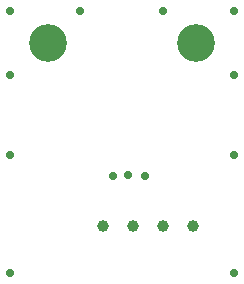
<source format=gbr>
%FSTAX23Y23*%
%MOIN*%
%SFA1B1*%

%IPPOS*%
%ADD21C,0.125984*%
%ADD22C,0.039370*%
%ADD23C,0.125984*%
%ADD24C,0.027559*%
%LNstromsensor_pth_drill-1*%
%LPD*%
G54D21*
X00492Y0D03*
G54D22*
X00383Y-0061D03*
X00483D03*
X00283D03*
X00183D03*
G54D23*
X0Y0D03*
G54D24*
X0062Y-00108D03*
Y00108D03*
X00383D03*
X-00127Y-00108D03*
X00108Y00108D03*
X-00127D03*
Y-00767D03*
X0062D03*
Y-00374D03*
X-00127D03*
X00265Y-0044D03*
X00216Y-00442D03*
X00324D03*
M02*
</source>
